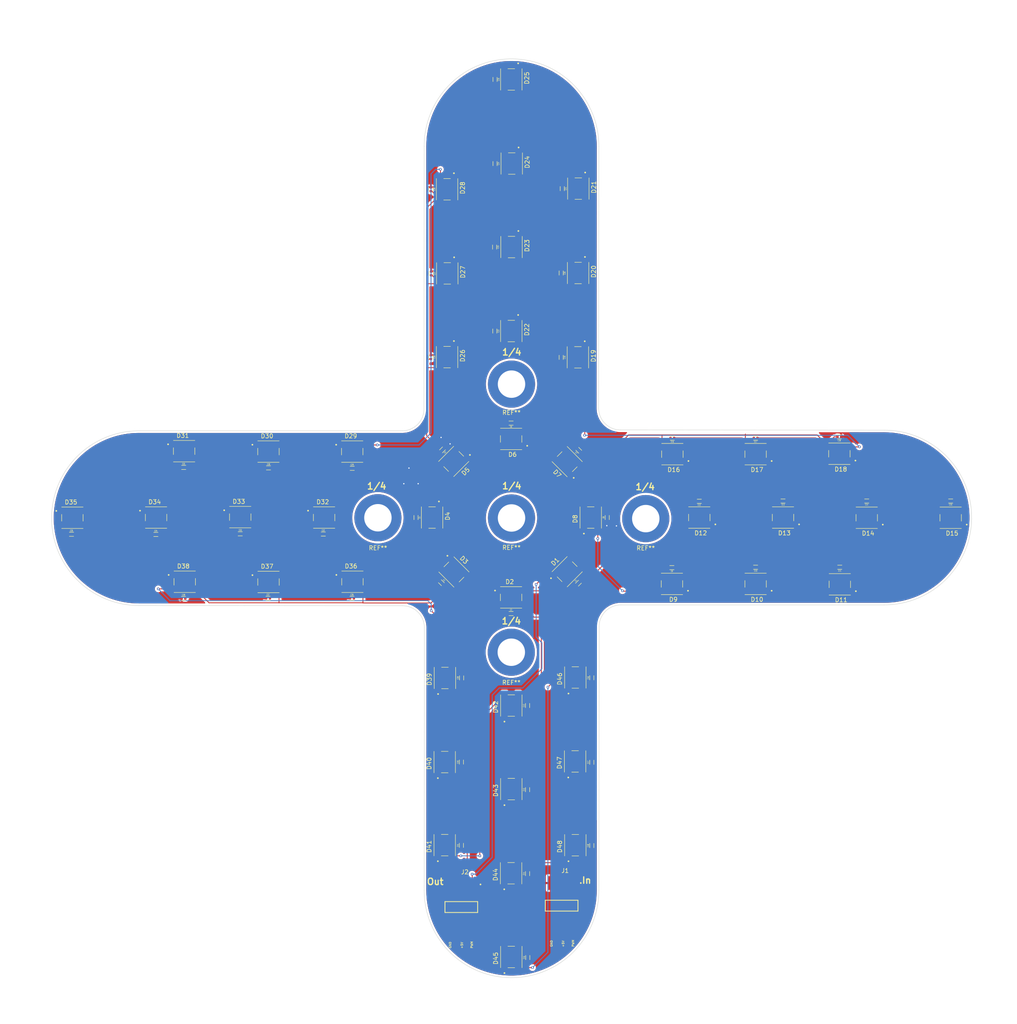
<source format=kicad_pcb>
(kicad_pcb (version 20241229) (generator "pcbnew") (generator_version "9.0")
  (title_block (title "Project NEO Zia") (date "2025-05-08") (rev "1"))
  (layers (0 "F.Cu" signal) (2 "B.Cu" signal) (13 "F.Paste" user) (15 "B.Paste" user) (5 "F.SilkS" user "F.Silkscreen") (7 "B.SilkS" user "B.Silkscreen") (1 "F.Mask" user) (3 "B.Mask" user) (25 "Edge.Cuts" user))
  (net 0 "")
  (net 1 "Net-(D1-DIN)")
  (net 2 "GND")
  (net 3 "Net-(D1-DOUT)")
  (net 4 "+5V")
  (net 5 "Net-(D2-DIN)")
  (net 6 "Net-(D10-DIN)")
  (net 7 "Net-(D3-DIN)")
  (net 8 "Net-(D5-DIN)")
  (net 9 "Net-(D6-DIN)")
  (net 10 "Net-(D4-DIN)")
  (net 11 "Net-(D7-DIN)")
  (net 12 "Net-(D10-DOUT)")
  (net 13 "Net-(D17-DIN)")
  (net 14 "Net-(D11-DIN)")
  (net 15 "Net-(D8-DIN)")
  (net 16 "Net-(D18-DIN)")
  (net 17 "Net-(D12-DIN)")
  (net 18 "Net-(D13-DIN)")
  (net 19 "Net-(D19-DIN)")
  (net 20 "Net-(D14-DIN)")
  (net 21 "Net-(D15-DIN)")
  (net 22 "Net-(D16-DIN)")
  (net 23 "Net-(D20-DIN)")
  (net 24 "Net-(D27-DIN)")
  (net 25 "Net-(D21-DIN)")
  (net 26 "Net-(D28-DIN)")
  (net 27 "Net-(D22-DIN)")
  (net 28 "Net-(D29-DIN)")
  (net 29 "Net-(D23-DIN)")
  (net 30 "Net-(D24-DIN)")
  (net 31 "Net-(D25-DIN)")
  (net 32 "Net-(D26-DIN)")
  (net 33 "Net-(D30-DIN)")
  (net 34 "Net-(D34-DIN)")
  (net 35 "Net-(D31-DIN)")
  (net 36 "Net-(D32-DIN)")
  (net 37 "Net-(D37-DIN)")
  (net 38 "Net-(D33-DIN)")
  (net 39 "Net-(D38-DIN)")
  (net 40 "Net-(D36-DIN)")
  (net 41 "Net-(D39-DIN)")
  (net 42 "Net-(D40-DIN)")
  (net 43 "Net-(D41-DIN)")
  (net 44 "Net-(D42-DIN)")
  (net 45 "Net-(D43-DIN)")
  (net 46 "Net-(D44-DIN)")
  (net 47 "Net-(D45-DIN)")
  (net 48 "Net-(D46-DIN)")
  (net 49 "Net-(D47-DIN)")
  (net 50 "Net-(D48-DIN)")
  (net 51 "unconnected-(D35-DOUT-Pad4)")
  (footprint "CustomParts:LED_1655" (layer "F.Cu") (at 212.95 233.3625 90)
    (property "Reference" "D44")
    (property "Value" "1655 NeoPixel")
  )
  (footprint "CustomParts:LED_1655" (layer "F.Cu") (at 289.6125 135.4 180)
    (property "Reference" "D18")
    (property "Value" "1655 NeoPixel")
  )
  (footprint "CustomParts:CAPC1005X55N" (layer "F.Cu") (at 296 146.45)
    (property "Reference" "C14")
    (property "Value" "C_Small")
  )
  (footprint "CustomParts:LED_1655" (layer "F.Cu") (at 156.3 165.35)
    (property "Reference" "D37")
    (property "Value" "1655 NeoPixel")
  )
  (footprint "CustomParts:LED_1655" (layer "F.Cu") (at 228.65 73.4875 -90)
    (property "Reference" "D21")
    (property "Value" "1655 NeoPixel")
  )
  (footprint "CustomParts:CAPC1005X55N" (layer "F.Cu") (at 276.45 146.45)
    (property "Reference" "C13")
    (property "Value" "C_Small")
  )
  (footprint "CustomParts:CAPC1005X55N" (layer "F.Cu") (at 216.8 213.85 -90)
    (property "Reference" "C43")
    (property "Value" "C_Small")
  )
  (footprint "CustomParts:LED_1655" (layer "F.Cu") (at 228.6 93.2 -90)
    (property "Reference" "D20")
    (property "Value" "1655 NeoPixel")
  )
  (footprint "CustomParts:LED_1655" (layer "F.Cu") (at 231.55 150.3 90)
    (property "Reference" "D8")
    (property "Value" "1655 NeoPixel")
  )
  (footprint "CustomParts:CAPC1005X55N" (layer "F.Cu") (at 130 154.25 180)
    (property "Reference" "C34")
    (property "Value" "C_Small")
  )
  (footprint "CustomParts:CAPC1005X55N" (layer "F.Cu") (at 136.45 169.2 180)
    (property "Reference" "C38")
    (property "Value" "C_Small")
  )
  (footprint "CustomParts:CAPC1005X55N" (layer "F.Cu") (at 270.05 161.9)
    (property "Reference" "C10")
    (property "Value" "C_Small")
  )
  (footprint "CustomParts:CAPC1005X55N" (layer "F.Cu") (at 149.7 154.1 180)
    (property "Reference" "C33")
    (property "Value" "C_Small")
  )
  (footprint "CustomParts:CAPC1005X55N" (layer "F.Cu") (at 194.2 73.65 90)
    (property "Reference" "C28")
    (property "Value" "C_Small")
  )
  (footprint "CustomParts:CAPC1005X55N" (layer "F.Cu") (at 136.5 138.6 180)
    (property "Reference" "C31")
    (property "Value" "C_Small")
  )
  (footprint "CustomParts:LED_1655" (layer "F.Cu") (at 213 252.9125 90)
    (property "Reference" "D45")
    (property "Value" "1655 NeoPixel")
  )
  (footprint "CustomParts:LED_1655" (layer "F.Cu") (at 156.2875 134.9)
    (property "Reference" "D30")
    (property "Value" "1655 NeoPixel")
  )
  (footprint "CustomParts:LED_1655" (layer "F.Cu") (at 296 150.35 180)
    (property "Reference" "D14")
    (property "Value" "1655 NeoPixel")
  )
  (footprint "CustomParts:CAPC1005X55N" (layer "F.Cu") (at 209.1 87.15 90)
    (property "Reference" "C23")
    (property "Value" "C_Small")
  )
  (footprint "CustomParts:LED_1655" (layer "F.Cu") (at 175.85 134.9)
    (property "Reference" "D29")
    (property "Value" "1655 NeoPixel")
  )
  (footprint "CustomParts:SAMTEC_TSM-103-02-X-SH" (layer "F.Cu") (at 201.325 241.255 180)
    (property "Reference" "J2")
    (property "Value" "TSM-103-02-X-SH")
  )
  (footprint "CustomParts:CAPC1005X55N" (layer "F.Cu") (at 209.15 106.75 90)
    (property "Reference" "C22")
    (property "Value" "C_Small")
  )
  (footprint "CustomParts:LED_1655" (layer "F.Cu") (at 175.9 165.3)
    (property "Reference" "D36")
    (property "Value" "1655 NeoPixel")
  )
  (footprint "CustomParts:LED_1655" (layer "F.Cu") (at 130.05 150.3)
    (property "Reference" "D34")
    (property "Value" "1655 NeoPixel")
  )
  (footprint "CustomParts:CAPC1005X55N" (layer "F.Cu") (at 231.8 187.72 -90)
    (property "Reference" "C46")
    (property "Value" "C_Small")
  )
  (footprint "CustomParts:CAPC1005X55N" (layer "F.Cu") (at 250.6 131.75)
    (property "Reference" "C16")
    (property "Value" "C_Small")
  )
  (footprint "CustomParts:CAPC1005X55N" (layer "F.Cu") (at 289.7 161.9)
    (property "Reference" "C11")
    (property "Value" "C_Small")
  )
  (footprint "CustomParts:CAPC1005X55N" (layer "F.Cu") (at 228.75 134.6 -45)
    (property "Reference" "C7")
    (property "Value" "C_Small")
  )
  (footprint "CustomParts:CAPC1005X55N" (layer "F.Cu") (at 190.75 150.3 90)
    (property "Reference" "C4")
    (property "Value" "C_Small")
  )
  (footprint "CustomParts:LED_1655" (layer "F.Cu") (at 149.7 150.2)
    (property "Reference" "D33")
    (property "Value" "1655 NeoPixel")
  )
  (footprint "CustomParts:CAPC1005X55N" (layer "F.Cu") (at 270.05 131.75)
    (property "Reference" "C17")
    (property "Value" "C_Small")
  )
  (footprint "CustomParts:LED_1655" (layer "F.Cu") (at 289.7125 165.9 180)
    (property "Reference" "D11")
    (property "Value" "1655 NeoPixel")
  )
  (footprint "CustomParts:CAPC1005X55N" (layer "F.Cu") (at 228.675 165.625 -135)
    (property "Reference" "C1")
    (property "Value" "C_Small")
  )
  (footprint "CustomParts:CAPC1005X55N" (layer "F.Cu") (at 156.3 138.7 180)
    (property "Reference" "C30")
    (property "Value" "C_Small")
  )
  (footprint "CustomParts:CAPC1005X55N" (layer "F.Cu") (at 224.65 93.2 90)
    (property "Reference" "C20")
    (property "Value" "C_Small")
  )
  (footprint "CustomParts:LED_1655" (layer "F.Cu") (at 212.95 168.95)
    (property "Reference" "D2")
    (property "Value" "1655 NeoPixel")
  )
  (footprint "CustomParts:LED_1655" (layer "F.Cu") (at 228.55 112.8875 -90)
    (property "Reference" "D19")
    (property "Value" "1655 NeoPixel")
  )
  (footprint "CustomParts:SAMTEC_TSM-103-02-X-SH" (layer "F.Cu") (at 224.75 240.925 180)
    (property "Reference" "J1")
    (property "Value" "TSM-103-02-X-SH")
  )
  (footprint "CustomParts:LED_1655" (layer "F.Cu") (at 226.05 162.95 45)
    (property "Reference" "D1")
    (property "Value" "1655 NeoPixel")
  )
  (footprint "MountingHole:MountingHole_6.4mm_M6_DIN965_Pad" (layer "F.Cu") (at 213.05 119.15)
    (property "Reference" "REF**")
    (property "Value" "MountingHole_6.4mm_M6_DIN965_Pad")
  )
  (footprint "CustomParts:CAPC1005X55N" (layer "F.Cu") (at 216.85 253.05 -90)
    (property "Reference" "C45")
    (property "Value" "C_Small")
  )
  (footprint "CustomParts:LED_1655" (layer "F.Cu") (at 197.45 207.4 90)
    (property "Reference" "D40")
    (property "Value" "1655 NeoPixel")
  )
  (footprint "CustomParts:LED_1655" (layer "F.Cu") (at 213.05 87.1375 -90)
    (property "Reference" "D23")
    (property "Value" "1655 NeoPixel")
  )
  (footprint "CustomParts:CAPC1005X55N" (layer "F.Cu") (at 156.2 169.15 180)
    (property "Reference" "C37")
    (property "Value" "C_Small")
  )
  (footprint "CustomParts:LED_1655" (layer "F.Cu") (at 212.9625 131.95 180)
    (property "Reference" "D6")
    (property "Value" "1655 NeoPixel")
  )
  (footprint "CustomParts:LED_1655" (layer "F.Cu") (at 213 48 -90)
    (property "Reference" "D25")
    (property "Value" "1655 NeoPixel")
  )
  (footprint "CustomParts:CAPC1005X55N" (layer "F.Cu") (at 212.95 128.25)
    (property "Reference" "C6")
    (property "Value" "C_Small")
  )
  (footprint "CustomParts:LED_1655" (layer "F.Cu") (at 227.95 187.65 90)
    (property "Reference" "D46")
    (property "Value" "1655 NeoPixel")
  )
  (footprint "CustomParts:CAPC1005X55N" (layer "F.Cu") (at 209.2 67.65 90)
    (property "Reference" "C24")
    (property "Value" "C_Small")
  )
  (footprint "CustomParts:CAPC1005X55N" (layer "F.Cu") (at 196.675 165.525 135)
    (property "Reference" "C3")
    (property "Value" "C_Small")
  )
  (footprint "CustomParts:CAPC1005X55N" (layer "F.Cu") (at 231.8 207.45 -90)
    (property "Reference" "C47")
    (property "Value" "C_Small")
  )
  (footprint "CustomParts:LED_1655" (layer "F.Cu") (at 194.5 150.3 -90)
    (property "Reference" "D4")
    (property "Value" "1655 NeoPixel")
  )
  (footprint "CustomParts:CAPC1005X55N" (layer "F.Cu") (at 201.35 226.85 -90)
    (property "Reference" "C41")
    (property "Value" "C_Small")
  )
  (footprint "CustomParts:CAPC1005X55N" (layer "F.Cu") (at 224.9 73.5 90)
    (property "Reference" "C21")
    (property "Value" "C_Small")
  )
  (footprint "CustomParts:CAPC1005X55N" (layer "F.Cu") (at 216.8 194.2 -90)
    (property "Reference" "C42")
    (property "Value" "C_Small")
  )
  (footprint "CustomParts:CAPC1005X55N" (layer "F.Cu") (at 175.85 138.8 180)
    (property "Reference" "C29")
    (property "Value" "C_Small")
  )
  (footprint "MountingHole:MountingHole_6.4mm_M6_DIN965_Pad" (layer "F.Cu") (at 213 181.75)
    (property "Reference" "REF**")
    (property "Value" "MountingHole_6.4mm_M6_DIN965_Pad")
  )
  (footprint "CustomParts:LED_1655" (layer "F.Cu") (at 199.601041 163.013782 -45)
    (property "Reference" "D3")
    (property "Value" "1655 NeoPixel")
  )
  (footprint "CustomParts:CAPC1005X55N" (layer "F.Cu") (at 169.1 154.15 180)
    (property "Reference" "C32")
    (property "Value" "C_Small")
  )
  (footprint "CustomParts:LED_1655" (layer "F.Cu") (at 226.05 137.25 135)
    (property "Reference" "D7")
    (property "Value" "1655 NeoPixel")
  )
  (footprint "CustomParts:CAPC1005X55N" (layer "F.Cu") (at 315.6 146.45)
    (property "Reference" "C15")
    (property "Value" "C_Small")
  )
  (footprint "CustomParts:CAPC1005X55N" (layer "F.Cu") (at 216.8 233.45 -90)
    (property "Reference" "C44")
    (property "Value" "C_Small")
  )
  (footprint "CustomParts:CAPC1005X55N" (layer "F.Cu") (at 224.65 112.9 90)
    (property "Reference" "C19")
    (property "Value" "C_Small")
  )
  (footprint "CustomParts:CAPC1005X55N" (layer "F.Cu") (at 196.925 134.5 45)
    (property "Reference" "C5")
    (property "Value" "C_Small")
  )
  (footprint "CustomParts:LED_1655" (layer "F.Cu") (at 227.9 207.25 90)
    (property "Reference" "D47")
    (property "Value" "1655 NeoPixel")
  )
  (footprint "CustomParts:LED_1655" (layer "F.Cu") (at 315.6 150.35 180)
    (property "Reference" "D15")
    (property "Value" "1655 NeoPixel")
  )
  (footprint "MountingHole:MountingHole_6.4mm_M6_DIN965_Pad" (layer "F.Cu") (at 244.4 150.55 180)
    (property "Reference" "REF**")
    (property "Value" "MountingHole_6.4mm_M6_DIN965_Pad")
  )
  (footprint "CustomParts:CAPC1005X55N" (layer "F.Cu") (at 201.4 187.75 -90)
    (property "Reference" "C39")
    (property "Value" "C_Small")
  )
  (footprint "CustomParts:LED_1655" (layer "F.Cu") (at 169.2875 150.3)
    (property "Reference" "D32")
    (property "Value" "1655 NeoPixel")
  )
  (footprint "MountingHole:MountingHole_6.4mm_M6_DIN965_Pad" (layer "F.Cu") (at 213.05 150.4)
    (property "Reference" "REF**")
    (property "Value" "MountingHole_6.4mm_M6_DIN965_Pad")
  )
  (footprint "CustomParts:CAPC1005X55N" (layer "F.Cu") (at 256.9 146.5)
    (property "Reference" "C12")
    (property "Value" "C_Small")
  )
  (footprint "CustomParts:LED_1655" (layer "F.Cu") (at 199.55 137.2 -135)
    (property "Reference" "D5")
    (property "Value" "1655 NeoPixel")
  )
  (footprint "CustomParts:LED_1655" (layer "F.Cu") (at 250.5125 165.8 180)
    (property "Reference" "D9")
    (property "Value" "1655 NeoPixel")
  )
  (footprint "CustomParts:CAPC1005X55N" (layer "F.Cu") (at 235.4 150.3 -90)
    (property "Reference" "C8")
    (property "Value" "C_Small")
  )
  (footprint "CustomParts:LED_1655" (layer "F.Cu") (at 213.1 67.6375 -90)
    (property "Reference" "D24")
    (property "Value" "1655 NeoPixel")
  )
  (footprint "CustomParts:CAPC1005X55N" (layer "F.Cu") (at 194.3 93.3 90)
    (property "Reference" "C27")
    (property "Value" "C_Small")
  )
  (footprint "CustomParts:CAPC1005X55N" (layer "F.Cu") (at 212.95 172.725 180)
    (property "Reference" "C2")
    (property "Value" "C_Small")
  )
  (footprint "CustomParts:LED_1655" (layer "F.Cu") (at 213 213.7125 90)
    (property "Reference" "D43")
    (property "Value" "1655 NeoPixel")
  )
  (footprint "CustomParts:LED_1655" (layer "F.Cu") (at 197.45 226.8 90)
    (property "Reference" "D41")
    (property "Value" "1655 NeoPixel")
  )
  (footprint "CustomParts:LED_1655" (layer "F.Cu") (at 276.45 150.3 180)
    (property "Reference" "D13")
    (property "Value" "1655 NeoPixel")
  )
  (footprint "CustomParts:CAPC1005X55N" (layer "F.Cu") (at 110.3 154.2 180)
    (property "Reference" "C35")
    (property "Value" "C_Small")
  )
  (footprint "CustomParts:LED_1655" (layer "F.Cu") (at 250.6125 135.5 180)
    (property "Reference" "D16")
    (property "Value" "1655 NeoPixel")
  )
  (footprint "CustomParts:CAPC1005X55N" (layer "F.Cu") (at 175.8 169.15 180)
    (property "Reference" "C36")
    (property "Value" "C_Small")
  )
  (footprint "CustomParts:CAPC1005X55N" (layer "F.Cu") (at 289.6 131.45)
    (property "Reference" "C18")
    (property "Value" "C_Small")
  )
  (footprint "CustomParts:CAPC1005X55N" (layer "F.Cu") (at 231.8 226.9 -90)
    (property "Reference" "C48")
    (property "Value" "C_Small")
  )
  (footprint "CustomParts:LED_1655" (layer "F.Cu") (at 198 112.8375 -90)
    (property "Reference" "D26")
    (property "Value" "1655 NeoPixel")
  )
  (footprint "CustomParts:LED_1655" (layer "F.Cu") (at 227.95 226.8125 90)
    (property "Reference" "D48")
    (property "Value" "1655 NeoPixel")
  )
  (footprint "CustomParts:LED_1655" (layer "F.Cu") (at 136.7375 165.3)
    (property "Reference" "D38")
    (property "Value" "1655 NeoPixel")
  )
  (footprint "CustomParts:CAPC1005X55N" (layer "F.Cu") (at 194.2 112.85 90)
    (property "Reference" "C26")
    (property "Value" "C_Small")
  )
  (footprint "CustomParts:LED_1655" (layer "F.Cu") (at 136.6 134.8)
    (property "Reference" "D31")
    (property "Value" "1655 NeoPixel")
  )
  (footprint "CustomParts:LED_1655" (layer "F.Cu") (at 213 106.75 -90)
    (property "Reference" "D22")
    (property "Value" "1655 NeoPixel")
  )
  (footprint "CustomParts:CAPC1005X55N" (layer "F.Cu") (at 201.35 207.4 -90)
    (property "Reference" "C40")
    (property "Value" "C_Small")
  )
  (footprint "CustomParts:LED_1655" (layer "F.Cu") (at 197.5 187.7625 90)
    (property "Reference" "D39")
    (property "Value" "1655 NeoPixel")
  )
  (footprint "CustomParts:LED_1655" (layer "F.Cu") (at 198 73.65 -90)
    (property "Reference" "D28")
    (property "Value" "1655 NeoPixel")
  )
  (footprint "CustomParts:CAPC1005X55N" (layer "F.Cu") (at 209.2 48 90)
    (property "Reference" "C25")
    (property "Value" "C_Small")
  )
  (footprint "CustomParts:LED_1655" (layer "F.Cu") (at 198.05 93.2875 -90)
    (property "Reference" "D27")
    (property "Value" "1655 NeoPixel")
  )
  (footprint "CustomParts:CAPC1005X55N" (layer "F.Cu") (at 250.5 162)
    (property "Reference" "C9")
    (property "Value" "C_Small")
  )
  (footprint "CustomParts:LED_1655" (layer "F.Cu") (at 270.05 135.5 180)
    (property "Reference" "D17")
    (property "Value" "1655 NeoPixel")
  )
  (footprint "MountingHole:MountingHole_6.4mm_M6_DIN965_Pad" (layer "F.Cu") (at 181.85 150.35)
    (property "Reference" "REF**")
    (property "Value" "MountingHole_6.4mm_M6_DIN965_Pad")
  )
  (footprint "CustomParts:LED_1655" (layer "F.Cu") (at 270.05 165.8 180)
    (property "Reference" "D10")
    (property "Value" "1655 NeoPixel")
  )
  (footprint "CustomParts:LED_1655" (layer "F.Cu") (at 110.5 150.35)
    (property "Reference" "D35")
    (property "Value" "1655 NeoPixel")
  )
  (footprint "CustomParts:LED_1655" (layer "F.Cu") (at 213 194.2 90)
    (property "Reference" "D42")
    (property "Value" "1655 NeoPixel")
  )
  (footprint "CustomParts:LED_1655" (layer "F.Cu") (at 256.9 150.3 180)
    (property "Reference" "D12")
    (property "Value" "1655 NeoPixel")
  )
  (gr_arc (start 126.05 170.85) (mid 105.65 150.45) (end 126.05 130.05) (stroke (width 0.1)) (layer "Edge.Cuts"))
  (gr_arc (start 233.45 237.35) (mid 213.05 257.75) (end 192.65 237.35) (stroke (width 0.1)) (layer "Edge.Cuts"))
  (gr_line (start 187.593755 170.9) (end 126.05 170.85) (stroke (width 0.1)) (layer "Edge.Cuts"))
  (gr_arc (start 233.506245 175.8) (mid 235 172.193755) (end 238.606245 170.7) (stroke (width 0.1)) (layer "Edge.Cuts"))
  (gr_arc (start 192.649755 63.600245) (mid 213.05 43.2) (end 233.450245 63.600245) (stroke (width 0.1)) (layer "Edge.Cuts"))
  (gr_line (start 300.1 129.9) (end 238.506245 129.843755) (stroke (width 0.1)) (layer "Edge.Cuts"))
  (gr_line (start 300.1 170.7) (end 238.606245 170.7) (stroke (width 0.1)) (layer "Edge.Cuts"))
  (gr_line (start 233.406245 124.75) (end 233.450245 63.600245) (stroke (width 0.1)) (layer "Edge.Cuts"))
  (gr_arc (start 192.6 124.95) (mid 191.106245 128.556245) (end 187.5 130.05) (stroke (width 0.1)) (layer "Edge.Cuts"))
  (gr_line (start 192.65 237.35) (end 192.693755 176) (stroke (width 0.1)) (layer "Edge.Cuts"))
  (gr_arc (start 238.506245 129.843755) (mid 234.898185 128.351847) (end 233.406245 124.7438) (stroke (width 0.1)) (layer "Edge.Cuts"))
  (gr_line (start 233.450245 237.349755) (end 233.506245 175.8) (stroke (width 0.1)) (layer "Edge.Cuts"))
  (gr_arc (start 187.593755 170.9) (mid 191.2 172.393755) (end 192.693755 176) (stroke (width 0.1)) (layer "Edge.Cuts"))
  (gr_arc (start 300.1 129.9) (mid 320.5 150.3) (end 300.1 170.7) (stroke (width 0.1)) (layer "Edge.Cuts"))
  (gr_line (start 187.5 130.05) (end 126.05 130.05) (stroke (width 0.1)) (layer "Edge.Cuts"))
  (gr_line (start 192.601217 124.95) (end 192.649755 63.600245) (stroke (width 0.1)) (layer "Edge.Cuts"))
  (gr_text "GND" (at 199.025 250.95 90) (layer "F.SilkS") (effects (font (size 0.5 0.5) (thickness 0.1) (bold yes)) (justify left bottom)))
  (gr_text "PWM" (at 204.075 250.95 90) (layer "F.SilkS") (effects (font (size 0.5 0.5) (thickness 0.1) (bold yes)) (justify left bottom)))
  (gr_text "1/4" (at 179.15 143.85 0) (layer "F.SilkS") (effects (font (size 1.5 1.5) (thickness 0.3) (bold yes)) (justify left bottom)))
  (gr_text "PWM" (at 227.725 250.6 90) (layer "F.SilkS") (effects (font (size 0.5 0.5) (thickness 0.1) (bold yes)) (justify left bottom)))
  (gr_text "1/4" (at 241.85 144 0) (layer "F.SilkS") (effects (font (size 1.5 1.5) (thickness 0.3) (bold yes)) (justify left bottom)))
  (gr_text "In" (at 229.35 235.9 0) (layer "F.SilkS") (effects (font (size 1.5 1.5) (thickness 0.3) (bold yes)) (justify left bottom)))
  (gr_text "1/4" (at 210.6 175.35 0) (layer "F.SilkS") (effects (font (size 1.5 1.5) (thickness 0.3) (bold yes)) (justify left bottom)))
  (gr_text "GND" (at 222.675 250.6 90) (layer "F.SilkS") (effects (font (size 0.5 0.5) (thickness 0.1) (bold yes)) (justify left bottom)))
  (gr_text "1/4" (at 210.7 112.55 0) (layer "F.SilkS") (effects (font (size 1.5 1.5) (thickness 0.3) (bold yes)) (justify left bottom)))
  (gr_text "Out" (at 193.15 236.2 0) (layer "F.SilkS") (effects (font (size 1.5 1.5) (thickness 0.3) (bold yes)) (justify left bottom)))
  (gr_text "1/4" (at 210.7 143.8 0) (layer "F.SilkS") (effects (font (size 1.5 1.5) (thickness 0.3) (bold yes)) (justify left bottom)))
  (gr_text "+5V" (at 225.4 250.65 90) (layer "F.SilkS") (effects (font (size 0.5 0.5) (thickness 0.1) (bold yes)) (justify left bottom)))
  (gr_text "+5V" (at 201.75 251 90) (layer "F.SilkS") (effects (font (size 0.5 0.5) (thickness 0.1) (bold yes)) (justify left bottom)))
  (segment (start 112.7 159.25) (end 108.05 154.6) (width 0.2) (layer "F.Cu") (net 0))
  (segment (start 173.85 159.25) (end 112.7 159.25) (width 0.2) (layer "F.Cu") (net 0))
  (segment (start 178.35 163.75) (end 173.85 159.25) (width 0.2) (layer "F.Cu") (net 0))
  (segment (start 108.05 154.6) (end 108.05 152) (width 0.2) (layer "F.Cu") (net 0))
  (segment (start 223.862741 167.4) (end 225.398959 165.863782) (width 0.2) (layer "F.Cu") (net 1))
  (segment (start 215.4 167.4) (end 223.862741 167.4) (width 0.2) (layer "F.Cu") (net 1))
  (via (at 187.9 142.4) (size 0.6) (drill 0.3) (layers "F.Cu" "B.Cu") (net 2))
  (via (at 196.6 131.6) (size 0.6) (drill 0.3) (layers "F.Cu" "B.Cu") (net 2))
  (via (at 189.1 138.75) (size 0.6) (drill 0.3) (layers "F.Cu" "B.Cu") (net 2))
  (via (at 191.25 142.4) (size 0.6) (drill 0.3) (layers "F.Cu" "B.Cu") (net 2))
  (via (at 237.55 152.25) (size 0.6) (drill 0.3) (layers "F.Cu" "B.Cu") (net 2))
  (via (at 235.3 152.2) (size 0.6) (drill 0.3) (layers "F.Cu" "B.Cu") (net 2))
  (via (at 198.7 133.1) (size 0.6) (drill 0.3) (layers "F.Cu" "B.Cu") (net 2))
  (segment (start 203.85 233.575) (end 203.865 233.59) (width 0.2) (layer "F.Cu") (net 3))
  (segment (start 226.601041 160.136218) (end 224.563782 160.136218) (width 0.2) (layer "F.Cu") (net 3))
  (segment (start 203.865 233.59) (end 203.865 235.975) (width 0.2) (layer "F.Cu") (net 3))
  (segment (start 218.8 165.9) (end 224.563782 160.136218) (width 0.2) (layer "F.Cu") (net 3))
  (via (at 203.85 233.575) (size 0.6) (drill 0.3) (layers "F.Cu" "B.Cu") (net 3))
  (via (at 218.8 165.9) (size 0.6) (drill 0.3) (layers "F.Cu" "B.Cu") (net 3))
  (segment (start 210.2 190.1) (end 208.55 191.75) (width 0.2) (layer "B.Cu") (net 3))
  (segment (start 208.55 191.75) (end 208.55 229.65) (width 0.2) (layer "B.Cu") (net 3))
  (segment (start 220.15 185.6) (end 215.65 190.1) (width 0.2) (layer "B.Cu") (net 3))
  (segment (start 220.15 179.55) (end 220.15 185.6) (width 0.2) (layer "B.Cu") (net 3))
  (segment (start 215.65 190.1) (end 210.2 190.1) (width 0.2) (layer "B.Cu") (net 3))
  (segment (start 218.8 165.9) (end 218.8 178.2) (width 0.2) (layer "B.Cu") (net 3))
  (segment (start 208.55 229.65) (end 206.075 232.125) (width 0.2) (layer "B.Cu") (net 3))
  (segment (start 206.075 232.15) (end 204.65 233.575) (width 0.2) (layer "B.Cu") (net 3))
  (segment (start 206.075 232.125) (end 206.075 232.15) (width 0.2) (layer "B.Cu") (net 3))
  (segment (start 218.8 178.2) (end 220.15 179.55) (width 0.2) (layer "B.Cu") (net 3))
  (segment (start 204.65 233.575) (end 203.85 233.575) (width 0.2) (layer "B.Cu") (net 3))
  (segment (start 177.05 157.15) (end 189.65 157.15) (width 0.2) (layer "F.Cu") (net 4))
  (segment (start 232.749 205.05) (end 232.749 185.25) (width 0.2) (layer "F.Cu") (net 4))
  (segment (start 293.65 145.6) (end 310.1 145.6) (width 0.2) (layer "F.Cu") (net 4))
  (segment (start 293.6 148.7) (end 293.6 145.65) (width 0.2) (layer "F.Cu") (net 4))
  (segment (start 178.3 136.55) (end 178.3 140.15) (width 0.2) (layer "F.Cu") (net 4))
  (segment (start 171.8 155.45) (end 152.25 155.45) (width 0.2) (layer "F.Cu") (net 4))
  (segment (start 193.343935 115.3) (end 193.293935 115.25) (width 0.2) (layer "F.Cu") (net 4))
  (segment (start 171.75 151.95) (end 171.75 155.4) (width 0.2) (layer "F.Cu") (net 4))
  (segment (start 176.28 138.8) (end 176.28 138.57) (width 0.2) (layer "F.Cu") (net 4))
  (segment (start 202.75 173.15) (end 202.75 185.3) (width 0.2) (layer "F.Cu") (net 4))
  (segment (start 130.48 154.25) (end 132.55 152.18) (width 0.2) (layer "F.Cu") (net 4))
  (segment (start 142.4 170.2) (end 139.15 166.95) (width 0.2) (layer "F.Cu") (net 4))
  (segment (start 218.15 211.3) (end 218.2 211.25) (width 0.2) (layer "F.Cu") (net 4))
  (segment (start 196 133.95) (end 194.425 135.525) (width 0.2) (layer "F.Cu") (net 4))
  (segment (start 287.25 164.3) (end 289.27 162.28) (width 0.2) (layer "F.Cu") (net 4))
  (segment (start 232.749 204.9) (end 232.749 205.05) (width 0.2) (layer "F.Cu") (net 4))
  (segment (start 227.835178 132.1) (end 227.85 132.1) (width 0.2) (layer "F.Cu") (net 4))
  (segment (start 214.83 250.5) (end 214.6 250.5) (width 0.2) (layer "F.Cu") (net 4))
  (segment (start 193.292688 113.75) (end 193.277684 95.7) (width 0.2) (layer "F.Cu") (net 4))
  (segment (start 197.05 167.45) (end 202.75 173.15) (width 0.2) (layer "F.Cu") (net 4))
  (segment (start 310.1 145.6) (end 313.2 148.7) (width 0.2) (layer "F.Cu") (net 4))
  (segment (start 288.4 131.45) (end 289.22 131.45) (width 0.2) (layer "F.Cu") (net 4))
  (segment (start 197 167.4) (end 197.05 167.45) (width 0.2) (layer "F.Cu") (net 4))
  (segment (start 222.3 173.55) (end 229.575 166.275) (width 0.2) (layer "F.Cu") (net 4))
  (segment (start 208.2 109.2) (end 208.2 113.75) (width 0.2) (layer "F.Cu") (net 4))
  (segment (start 178.4 140.25) (end 177.85 140.25) (width 0.2) (layer "F.Cu") (net 4))
  (segment (start 229.104056 165.295944) (end 229.104056 162.639233) (width 0.2) (layer "F.Cu") (net 4))
  (segment (start 236.4 144.05) (end 236.4 140.65) (width 0.2) (layer "F.Cu") (net 4))
  (segment (start 216.62 213.32) (end 214.6 211.3) (width 0.2) (layer "F.Cu") (net 4))
  (segment (start 208.2 89.45) (end 208.2 89.25) (width 0.2) (layer "F.Cu") (net 4))
  (segment (start 193.250793 129.850851) (end 193.243935 121.6) (width 0.2) (layer "F.Cu") (net 4))
  (segment (start 209.2 68.03) (end 209.43 68.03) (width 0.2) (layer "F.Cu") (net 4))
  (segment (start 156.73 169.15) (end 156.73 168.97) (width 0.2) (layer "F.Cu") (net 4))
  (segment (start 152.15 151.9) (end 152.15 155.35) (width 0.2) (layer "F.Cu") (net 4))
  (segment (start 202.7 204.85) (end 202.7 224.4) (width 0.2) (layer "F.Cu") (net 4))
  (segment (start 287.2 132.65) (end 287.2 133.8) (width 0.2) (layer "F.Cu") (net 4))
  (segment (start 178.3 140.15) (end 178.4 140.25) (width 0.2) (layer "F.Cu") (net 4))
  (segment (start 274 148.7) (end 274 145.6) (width 0.2) (layer "F.Cu") (net 4))
  (segment (start 274 148.7) (end 276.02 146.68) (width 0.2) (layer "F.Cu") (net 4))
  (segment (start 256.42 146.68) (end 254.4 148.7) (width 0.2) (layer "F.Cu") (net 4))
  (segment (start 208.2 89.25) (end 208.2 109.2) (width 0.2) (layer "F.Cu") (net 4))
  (segment (start 136.98 169.12) (end 139.15 166.95) (width 0.2) (layer "F.Cu") (net 4))
  (segment (start 193.267168 77.982832) (end 195.15 76.1) (width 0.2) (layer "F.Cu") (net 4))
  (segment (start 236.4 147.85) (end 236.4 144.05) (width 0.2) (layer "F.Cu") (net 4))
  (segment (start 194.425 135.539823) (end 194.425 135.525) (width 0.2) (layer "F.Cu") (net 4))
  (segment (start 178.35 170.25) (end 194.25 170.25) (width 0.2) (layer "F.Cu") (net 4))
  (segment (start 194.2 113.28) (end 193.762688 113.28) (width 0.2) (layer "F.Cu") (net 4))
  (segment (start 267.65 133.62) (end 269.67 131.6) (width 0.2) (layer "F.Cu") (net 4))
  (segment (start 214.6 191.7) (end 218.15 191.7) (width 0.2) (layer "F.Cu") (net 4))
  (segment (start 196.45 95.7) (end 193.277684 95.7) (width 0.2) (layer "F.Cu") (net 4))
  (segment (start 249.85 145.6) (end 248.3 144.05) (width 0.2) (layer "F.Cu") (net 4))
  (segment (start 229.55 223.299) (end 229.55 224.4) (width 0.2) (layer "F.Cu") (net 4))
  (segment (start 254.4 145.6) (end 274 145.6) (width 0.2) (layer "F.Cu") (net 4))
  (segment (start 177.85 140.25) (end 158.85 140.25) (width 0.2) (layer "F.Cu") (net 4))
  (segment (start 201.17 187.37) (end 199.15 185.35) (width 0.2) (layer "F.Cu") (net 4))
  (segment (start 196.4 115.3) (end 193.343935 115.3) (width 0.2) (layer "F.Cu") (net 4))
  (segment (start 267.65 164.2) (end 267.65 159.55) (width 0.2) (layer "F.Cu") (net 4))
  (segment (start 287.2 132.65) (end 288.4 131.45) (width 0.2) (layer "F.Cu") (net 4))
  (segment (start 150.08 154.1) (end 150.08 153.97) (width 0.2) (layer "F.Cu") (net 4))
  (segment (start 247.95 159.45) (end 248.05 159.55) (width 0.2) (layer "F.Cu") (net 4))
  (segment (start 232.749 185.25) (end 232.749 169.449) (width 0.2) (layer "F.Cu") (net 4))
  (segment (start 250.22 131.65) (end 250.22 131.88) (width 0.2) (layer "F.Cu") (net 4))
  (segment (start 176.33 168.97) (end 178.35 166.95) (width 0.2) (layer "F.Cu") (net 4))
  (segment (start 202.8 127.15) (end 196 133.95) (width 0.2) (layer "F.Cu") (net 4))
  (segment (start 202.7 185.35) (end 202.7 204.85) (width 0.2) (layer "F.Cu") (net 4))
  (segment (start 158.75 166.95) (end 158.75 170.2) (width 0.2) (layer "F.Cu") (net 4))
  (segment (start 197 167.4) (end 198.614823 167.4) (width 0.2) (layer "F.Cu") (net 4))
  (segment (start 216.8 193.72) (end 216.62 193.72) (width 0.2) (layer "F.Cu") (net 4))
  (segment (start 227 95.65) (end 222.95 95.65) (width 0.2) (layer "F.Cu") (net 4))
  (segment (start 211.45 89.6) (end 208.35 89.6) (width 0.2) (layer "F.Cu") (net 4))
  (segment (start 156.83 138.7) (end 156.83 138.42) (width 0.2) (layer "F.Cu") (net 4))
  (segment (start 189.65 160.05) (end 197 167.4) (width 0.2) (layer "F.Cu") (net 4))
  (segment (start 254.4 145.6) (end 249.85 145.6) (width 0.2) (layer "F.Cu") (net 4))
  (segment (start 250.22 131.88) (end 248.2 133.9) (width 0.2) (layer "F.Cu") (net 4))
  (segment (start 218.2 230.95) (end 218.2 246.9) (width 0.2) (layer "F.Cu") (net 4))
  (segment (start 199.05 224.39) (end 202.69 224.39) (width 0.2) (layer "F.Cu") (net 4))
  (segment (start 209.1 87.58) (end 209.43 87.58) (width 0.2) (layer "F.Cu") (net 4))
  (segment (start 210.55 130.4) (end 210.55 127.15) (width 0.2) (layer "F.Cu") (net 4))
  (segment (start 202.7 233.25) (end 200.85 235.1) (width 0.2) (layer "F.Cu") (net 4))
  (segment (start 150.08 153.97) (end 152.15 151.9) (width 0.2) (layer "F.Cu") (net 4))
  (segment (start 136.98 169.2) (end 136.98 169.12) (width 0.2) (layer "F.Cu") (net 4))
  (segment (start 217.85 230.9) (end 218.15 230.9) (width 0.2) (layer "F.Cu") (net 4))
  (segment (start 222.95 80) (end 227.05 75.9) (width 0.2) (layer "F.Cu") (net 4))
  (segment (start 236.4 159.45) (end 247.95 159.45) (width 0.2) (layer "F.Cu") (net 4))
  (segment (start 233.2 147.85) (end 236.4 147.85) (width 0.2) (layer "F.Cu") (net 4))
  (segment (start 201.35 206.92) (end 201.12 206.92) (width 0.2) (layer "F.Cu") (net 4))
  (segment (start 227.05 75.9) (end 225.03 73.88) (width 0.2) (layer "F.Cu") (net 4))
  (segment (start 208.25 70.05) (end 208.2 70) (width 0.2) (layer "F.Cu") (net 4))
  (segment (start 158.7 136.55) (end 158.7 140.1) (width 0.2) (layer "F.Cu") (net 4))
  (segment (start 293.6 148.47) (end 295.62 146.45) (width 0.2) (layer "F.Cu") (net 4))
  (segment (start 132.55 155.45) (end 116.4 155.45) (width 0.2) (layer "F.Cu") (net 4))
  (segment (start 225.689234 134.245944) (end 225.49896 134.436218) (width 0.2) (layer "F.Cu") (net 4))
  (segment (start 201.03 226.37) (end 201.35 226.37) (width 0.2) (layer "F.Cu") (net 4))
  (segment (start 175.35 155.45) (end 177.05 157.15) (width 0.2) (layer "F.Cu") (net 4))
  (segment (start 209.38 107.18) (end 211.4 109.2) (width 0.2) (layer "F.Cu") (net 4))
  (segment (start 116.4 155.45) (end 112.95 152) (width 0.2) (layer "F.Cu") (net 4))
  (segment (start 214.6 230.9) (end 217.85 230.9) (width 0.2) (layer "F.Cu") (net 4))
  (segment (start 222.95 115.25) (end 222.95 95.65) (width 0.2) (layer "F.Cu") (net 4))
  (segment (start 177.85 140.25) (end 189.6 140.25) (width 0.2) (layer "F.Cu") (net 4))
  (segment (start 193.277684 95.7) (end 193.267168 83.049529) (width 0.2) (layer "F.Cu") (net 4))
  (segment (start 229.6 185.25) (end 232.749 185.25) (width 0.2) (layer "F.Cu") (net 4))
  (segment (start 137.03 138.47) (end 139.05 136.45) (width 0.2) (layer "F.Cu") (net 4))
  (segment (start 158.75 170.2) (end 142.4 170.2) (width 0.2) (layer "F.Cu") (net 4))
  (segment (start 224.75 235.645) (end 224.75 231.9) (width 0.2) (layer "F.Cu") (net 4))
  (segment (start 201.4 187.37) (end 201.17 187.37) (width 0.2) (layer "F.Cu") (net 4))
  (segment (start 315.22 146.68) (end 315.22 146.45) (width 0.2) (layer "F.Cu") (net 4))
  (segment (start 229.9 134.15) (end 237.25 134.15) (width 0.2) (layer "F.Cu") (net 4))
  (segment (start 250.07 162.28) (end 248.05 164.3) (width 0.2) (layer "F.Cu") (net 4))
  (segment (start 205.85 127.15) (end 202.8 127.15) (width 0.2) (layer "F.Cu") (net 4))
  (segment (start 176.28 138.57) (end 178.3 136.55) (width 0.2) (layer "F.Cu") (net 4))
  (segment (start 178.3 170.2) (end 158.75 170.2) (width 0.2) (layer "F.Cu") (net 4))
  (segment (start 231.175 164.675) (end 236.4 159.45) (width 0.2) (layer "F.Cu") (net 4))
  (segment (start 209.43 68.03) (end 211.45 70.05) (width 0.2) (layer "F.Cu") (net 4))
  (segment (start 190.88 150.78) (end 192.9 152.8) (width 0.2) (layer "F.Cu") (net 4))
  (segment (start 269.67 162.18) (end 267.65 164.2) (width 0.2) (layer "F.Cu") (net 4))
  (segment (start 171.8 155.45) (end 175.35 155.45) (width 0.2) (layer "F.Cu") (net 4))
  (segment (start 190.75 150.78) (end 190.88 150.78) (width 0.2) (layer "F.Cu") (net 4))
  (segment (start 274 145.6) (end 293.65 145.6) (width 0.2) (layer "F.Cu") (net 4))
  (segment (start 250.07 162) (end 250.07 162.28) (width 0.2) (layer "F.Cu") (net 4))
  (segment (start 293.6 145.65) (end 293.65 145.6) (width 0.2) (layer "F.Cu") (net 4))
  (segment (start 248.3 144.05) (end 236.4 144.05) (width 0.2) (layer "F.Cu") (net 4))
  (segment (start 225.49896 134.436218) (end 227.835178 132.1) (width 0.2) (layer "F.Cu") (net 4))
  (segment (start 289.27 162.28) (end 289.27 161.95) (width 0.2) (layer "F.Cu") (net 4))
  (segment (start 223 115.35) (end 222.95 115.4) (width 0.2) (layer "F.Cu") (net 4))
  (segment (start 178.3 170.2) (end 178.35 170.25) (width 0.2) (layer "F.Cu") (net 4))
  (segment (start 201.12 206.92) (end 199.1 204.9) (width 0.2) (layer "F.Cu") (net 4))
  (segment (start 199.05 224.39) (end 201.03 226.37) (width 0.2) (layer "F.Cu") (net 4))
  (segment (start 237.25 134.15) (end 240.401 130.999) (width 0.2) (layer "F.Cu") (net 4))
  (segment (start 192.9 152.8) (end 189.65 152.8) (width 0.2) (layer "F.Cu") (net 4))
  (segment (start 211.45 70.05) (end 208.25 70.05) (width 0.2) (layer "F.Cu") (net 4))
  (segment (start 256.42 146.5) (end 256.42 146.68) (width 0.2) (layer "F.Cu") (net 4))
  (segment (start 132.55 151.9) (end 132.55 155.45) (width 0.2) (layer "F.Cu") (net 4))
  (segment (start 236.4 159.45) (end 236.4 147.85) (width 0.2) (layer "F.Cu") (net 4))
  (segment (start 213.38 172.75) (end 213.38 172.62) (width 0.2) (layer "F.Cu") (net 4))
  (segment (start 231.57 187.22) (end 229.6 185.25) (width 0.2) (layer "F.Cu") (net 4))
  (segment (start 282.5 159.55) (end 287.25 164.3) (width 0.2) (layer "F.Cu") (net 4))
  (segment (start 267.65 133.9) (end 267.65 133.62) (width 0.2) (layer "F.Cu") (net 4))
  (segment (start 229.575 166.275) (end 231.175 164.675) (width 0.2) (layer "F.Cu") (net 4))
  (segment (start 169.63 154.07) (end 171.75 151.95) (width 0.2) (layer "F.Cu") (net 4))
  (segment (start 224.65 93.63) (end 224.98 93.63) (width 0.2) (layer "F.Cu") (net 4))
  (segment (start 152.25 155.45) (end 132.55 155.45) (width 0.2) (layer "F.Cu") (net 4))
  (segment (start 231.62 206.92) (end 229.55 204.85) (width 0.2) (layer "F.Cu") (net 4))
  (segment (start 199.1 204.9) (end 202.65 204.9) (width 0.2) (layer "F.Cu") (net 4))
  (segment (start 193.267168 83.049529) (end 193.267168 77.982832) (width 0.2) (layer "F.Cu") (net 4))
  (segment (start 231.8 187.22) (end 231.57 187.22) (width 0.2) (layer "F.Cu") (net 4))
  (segment (start 269.67 161.9) (end 269.67 162.18) (width 0.2) (layer "F.Cu") (net 4))
  (segment (start 194.48 74.13) (end 194.2 74.13) (width 0.2) (layer "F.Cu") (net 4))
  (segment (start 199.15 185.35) (end 202.7 185.35) (width 0.2) (layer "F.Cu") (net 4))
  (segment (start 193.243935 115.3) (end 193.293935 115.25) (width 0.2) (layer "F.Cu") (net 4))
  (segment (start 198.614823 167.4) (end 200.151041 165.863782) (width 0.2) (layer "F.Cu") (net 4))
  (segment (start 209.15 107.18) (end 209.38 107.18) (width 0.2) (layer "F.Cu") (net 4))
  (segment (start 216.62 193.72) (end 214.6 191.7) (width 0.2) (layer "F.Cu") (net 4))
  (segment (start 137.03 138.65) (end 137.03 138.47) (width 0.2) (layer "F.Cu") (net 4))
  (segment (start 193.293935 115.25) (end 193.292688 113.75) (width 0.2) (layer "F.Cu") (net 4))
  (segment (start 293.6 148.7) (end 293.6 148.47) (width 0.2) (layer "F.Cu") (net 4))
  (segment (start 313.2 148.7) (end 315.22 146.68) (width 0.2) (layer "F.Cu") (net 4))
  (segment (start 209.43 48.43) (end 209.2 48.43) (width 0.2) (layer "F.Cu") (net 4))
  (segment (start 215.4 170.6) (end 215.4 170.65) (width 0.2) (layer "F.Cu") (net 4))
  (segment (start 189.65 140.3) (end 189.65 152.8) (width 0.2) (layer "F.Cu") (net 4))
  (segment (start 232.749 169.449) (end 229.575 166.275) (width 0.2) (layer "F.Cu") (net 4))
  (segment (start 248.05 159.55) (end 267.65 159.55) (width 0.2) (layer "F.Cu") (net 4))
  (segment (start 235.22 149.87) (end 233.2 147.85) (width 0.2) (layer "F.Cu") (net 4))
  (segment (start 229.55 224.4) (end 229.78 224.4) (width 0.2) (layer "F.Cu") (net 4))
  (segment (start 267.65 133.9) (end 267.65 130.8) (width 0.2) (layer "F.Cu") (net 4))
  (segment (start 220 173.55) (end 222.3 173.55) (width 0.2) (layer "F.Cu") (net 4))
  (segment (start 231.8 206.92) (end 231.62 206.92) (width 0.2) (layer "F.Cu") (net 4))
  (segment (start 196.686218 137.801041) (end 194.425 135.539823) (width 0.2) (layer "F.Cu") (net 4))
  (segment (start 231.139823 164.675) (end 231.175 164.675) (width 0.2) (layer "F.Cu") (net 4))
  (segment (start 211.45 50.45) (end 209.43 48.43) (width 0.2) (layer "F.Cu") (net 4))
  (segment (start 216.85 232.92) (end 214.83 230.9) (width 0.2) (layer "F.Cu") (net 4))
  (segment (start 209.43 87.58) (end 211.45 89.6) (width 0.2) (layer "F.Cu") (net 4))
  (segment (start 189.6 140.25) (end 189.65 140.3) (width 0.2) (layer "F.Cu") (net 4))
  (segment (start 232.699 204.85) (end 232.749 204.9) (width 0.2) (layer "F.Cu") (net 4))
  (segment (start 220 188.75) (end 220 173.55) (width 0.2) (layer "F.Cu") (net 4))
  (segment (start 110.83 154.12) (end 112.95 152) (width 0.2) (layer "F.Cu") (net 4))
  (segment (start 196.545944 137.660767) (end 196.686218 137.801041) (width 0.2) (layer "F.Cu") (net 4))
  (segment (start 194.43 93.68) (end 196.45 95.7) (width 0.2) (layer "F.Cu") (net 4))
  (segment (start 248.2 133.9) (end 248.2 130.999) (width 0.2) (layer "F.Cu") (net 4))
  (segment (start 132.55 152.18) (end 132.55 151.9) (width 0.2) (layer "F.Cu") (net 4))
  (segment (start 222.9 115.3) (end 222.95 115.25) (width 0.2) (layer "F.Cu") (net 4))
  (segment (start 208.2 113.75) (end 205.85 116.1) (width 0.2) (layer "F.Cu") (net 4))
  (segment (start 213.38 172.62) (end 215.4 170.6) (width 0.2) (layer "F.Cu") (net 4))
  (segment (start 222.9 127.15) (end 210.55 127.15) (width 0.2) (layer "F.Cu") (net 4))
  (segment (start 193.250793 131.200793) (end 193.250793 129.850851) (width 0.2) (layer "F.Cu") (net 4))
  (segment (start 200.110767 165.904056) (end 200.151041 165.863782) (width 0.2) (layer "F.Cu") (net 4))
  (segment (start 225.03 73.88) (end 224.9 73.88) (width 0.2) (layer "F.Cu") (net 4))
  (segment (start 208.35 89.6) (end 208.2 89.45) (width 0.2) (layer "F.Cu") (net 4))
  (segment (start 156.73 168.97) (end 158.75 166.95) (width 0.2) (layer "F.Cu") (net 4))
  (segment (start 205.85 127.15) (end 210.55 127.15) (width 0.2) (layer "F.Cu") (net 4))
  (segment (start 248.05 164.3) (end 248.05 159.55) (width 0.2) (layer "F.Cu") (net 4))
  (segment (start 218.2 190.55) (end 220 188.75) (width 0.2) (layer "F.Cu") (net 4))
  (segment (start 284.399 130.999) (end 287.2 133.8) (width 0.2) (layer "F.Cu") (net 4))
  (segment (start 232.749 205.05) (end 232.749 220.1) (width 0.2) (layer "F.Cu") (net 4))
  (segment (start 195.15 76.1) (end 196.45 76.1) (width 0.2) (layer "F.Cu") (net 4))
  (segment (start 176.33 169.15) (end 176.33 168.97) (width 0.2) (layer "F.Cu") (net 4))
  (segment (start 208.2 89.25) (end 208.2 70) (width 0.2) (layer "F.Cu") (net 4))
  (segment (start 216.85 252.52) (end 214.83 250.5) (width 0.2) (layer "F.Cu") (net 4))
  (segment (start 208.2 70) (end 208.2 53.7) (width 0.2) (layer "F.Cu") (net 4))
  (segment (start 216.8 213.32) (end 216.62 213.32) (width 0.2) (layer "F.Cu") (net 4))
  (segment (start 218.2 230.95) (end 218.2 211.25) (width 0.2) (layer "F.Cu") (net 4))
  (segment (start 267.65 159.55) (end 282.5 159.55) (width 0.2) (layer "F.Cu") (net 4))
  (segment (start 158.85 140.25) (end 142.85 140.25) (width 0.2) (layer "F.Cu") (net 4))
  (segment (start 197.054056 165.904056) (end 200.110767 165.904056) (width 0.2) (layer "F.Cu") (net 4))
  (segment (start 189.65 152.8) (end 189.65 157.15) (width 0.2) (layer "F.Cu") (net 4))
  (segment (start 227.85 132.1) (end 222.9 127.15) (width 0.2) (layer "F.Cu") (net 4))
  (segment (start 276.02 146.68) (end 276.02 146.45) (width 0.2) (layer "F.Cu") (net 4))
  (segment (start 110.83 154.2) (end 110.83 154.12) (width 0.2) (layer "F.Cu") (net 4))
  (segment (start 222.95 115.4) (end 222.95 115.25) (width 0.2) (layer "F.Cu") (net 4))
  (segment (start 232.749 220.1) (end 229.55 223.299) (width 0.2) (layer "F.Cu") (net 4))
  (segment (start 218.3 173.55) (end 220 173.55) (width 0.2) (layer "F.Cu") (net 4))
  (segment (start 248.2 130.999) (end 284.399 130.999) (width 0.2) (layer "F.Cu") (net 4))
  (segment (start 240.401 130.999) (end 248.2 130.999) (width 0.2) (layer "F.Cu") (net 4))
  (segment (start 208.2 53.7) (end 211.45 50.45) (width 0.2) (layer "F.Cu") (net 4))
  (segment (start 218.2 246.9) (end 214.6 250.5) (width 0.2) (layer "F.Cu") (net 4))
  (segment (start 229.55 204.85) (end 232.699 204.85) (width 0.2) (layer "F.Cu") (net 4))
  (segment (start 229.825 134.075) (end 229.9 134.15) (width 0.2) (layer "F.Cu") (net 4))
  (segment (start 229.78 224.4) (end 231.8 226.42) (width 0.2) (layer "F.Cu") (net 4))
  (segment (start 224.65 113.33) (end 226.67 115.35) (width 0.2) (layer "F.Cu") (net 4))
  (segment (start 228.395944 134.245944) (end 225.689234 134.245944) (width 0.2) (layer "F.Cu") (net 4))
  (segment (start 214.83 230.9) (end 214.6 230.9) (width 0.2) (layer "F.Cu") (net 4))
  (segment (start 196 133.95) (end 193.250793 131.200793) (width 0.2) (layer "F.Cu") (net 4))
  (segment (start 178.35 166.95) (end 178.35 170.15) (width 0.2) (layer "F.Cu") (net 4))
  (segment (start 228.863782 162.398959) (end 231.139823 164.675) (width 0.2) (layer "F.Cu") (net 4))
  (segment (start 171.75 155.4) (end 171.8 155.45) (width 0.2) (layer "F.Cu") (net 4))
  (segment (start 222.9 127.15) (end 222.9 115.3) (width 0.2) (layer "F.Cu") (net 4))
  (segment (start 205.85 116.1) (end 205.85 127.15) (width 0.2) (layer "F.Cu") (net 4))
  (segment (start 236.4 140.65) (end 229.825 134.075) (width 0.2) (layer "F.Cu") (net 4))
  (segment (start 229.825 134.075) (end 227.85 132.1) (width 0.2) (layer "F.Cu") (net 4))
  (segment (start 152.15 155.35) (end 152.25 155.45) (width 0.2) (layer "F.Cu") (net 4))
  (segment (start 211.4 109.2) (end 208.2 109.2) (width 0.2) (layer "F.Cu") (net 4))
  (segment (start 194.25 170.25) (end 197.05 167.45) (width 0.2) (layer "F.Cu") (net 4))
  (segment (start 194.425 135.525) (end 189.65 140.3) (width 0.2) (layer "F.Cu") (net 4))
  (segment (start 218.2 211.25) (end 218.2 191.75) (width 0.2) (layer "F.Cu") (net 4))
  (segment (start 194.3 93.68) (end 194.43 93.68) (width 0.2) (layer "F.Cu") (net 4))
  (segment (start 158.7 140.1) (end 158.85 140.25) (width 0.2) (layer "F.Cu") (net 4))
  (segment (start 193.243935 121.6) (end 193.243935 115.3) (width 0.2) (layer "F.Cu") (net 4))
  (segment (start 218.2 191.75) (end 218.2 190.55) (width 0.2) (layer "F.Cu") (net 4))
  (segment (start 202.7 224.4) (end 202.7 233.25) (width 0.2) (layer "F.Cu") (net 4))
  (segment (start 222.95 95.65) (end 222.95 80) (width 0.2) (layer "F.Cu") (net 4))
  (segment (start 142.85 140.25) (end 139.05 136.45) (width 0.2) (layer "F.Cu") (net 4))
  (segment (start 223.75 230.9) (end 217.85 230.9) (width 0.2) (layer "F.Cu") (net 4))
  (segment (start 202.69 224.39) (end 202.7 224.4) (width 0.2) (layer "F.Cu") (net 4))
  (segment (start 215.4 170.65) (end 218.3 173.55) (width 0.2) (layer "F.Cu") (net 4))
  (segment (start 169.63 154.15) (end 169.63 154.07) (width 0.2) (layer "F.Cu") (net 4))
  (segment (start 202.65 204.9) (end 202.7 204.85) (width 0.2) (layer "F.Cu") (net 4))
  (segment (start 212.57 128.38) (end 210.55 130.4) (width 0.2) (layer "F.Cu") (net 4))
  (segment (start 224.75 231.9) (end 223.75 230.9) (width 0.2) (layer "F.Cu") (net 4))
  (segment (start 224.98 93.63) (end 227 95.65) (width 0.2) (layer "F.Cu") (net 4))
  (segment (start 226.95 115.35) (end 223 115.35) (width 0.2) (layer "F.Cu") (net 4))
  (segment (start 254.4 148.7) (end 254.4 145.6) (width 0.2) (layer "F.Cu") (net 4))
  (segment (start 229.104056 162.639233) (end 228.863782 162.398959) (width 0.2) (layer "F.Cu") (net 4))
  (segment (start 212.57 128.25) (end 212.57 128.38) (width 0.2) (layer "F.Cu") (net 4))
  (segment (start 178.35 170.15) (end 178.3 170.2) (width 0.2) (layer "F.Cu") (net 4))
  (segment (start 214.6 211.3) (end 218.15 211.3) (width 0.2) (layer "F.Cu") (net 4))
  (segment (start 226.67 115.35) (end 226.95 115.35) (width 0.2) (layer "F.Cu") (net 4))
  (segment (start 218.15 230.9) (end 218.2 230.95) (width 0.2) (layer "F.Cu") (net 4))
  (segment (start 196.545944 134.854056) (end 196.545944 137.660767) (width 0.2) (layer "F.Cu") (net 4))
  (segment (start 196.45 76.1) (end 194.48 74.13) (width 0.2) (layer "F.Cu") (net 4))
  (segment (start 156.83 138.42) (end 158.7 136.55) (width 0.2) (layer "F.Cu") (net 4))
  (segment (start 189.65 157.15) (end 189.65 160.05) (width 0.2) (layer "F.Cu") (net 4))
  (segment (start 218.15 191.7) (end 218.2 191.75) (width 0.2) (layer "F.Cu") (net 4))
  (segment (start 235.4 149.87) (end 235.22 149.87) (width 0.2) (layer "F.Cu") (net 4))
  (segment (start 193.762688 113.28) (end 193.292688 113.75) (width 0.2) (layer "F.Cu") (net 4))
  (segment (start 209.412741 170.6) (end 210.5 170.6) (width 0.2) (layer "F.Cu") (net 5))
  (segment (start 202.413782 163.601041) (end 209.412741 170.6) (width 0.2) (layer "F.Cu") (net 5))
  (segment (start 287.25 167.5) (end 283 167.5) (width 0.2) (layer "F.Cu") (net 6))
  (segment (start 283 167.5) (end 279.7 164.2) (width 0.2) (layer "F.Cu") (net 6))
  (segment (start 279.7 164.2) (end 272.55 164.2) (width 0.2) (layer "F.Cu") (net 6))
  (segment (start 196.1 152.8) (end 196.1 161.812741) (width 0.2) (layer "F.Cu") (net 7))
  (segment (start 196.1 161.812741) (end 196.686218 162.398959) (width 0.2) (layer "F.Cu") (net 7))
  (segment (start 200.887259 133.6) (end 200.151041 134.336218) (width 0.2) (layer "F.Cu") (net 8))
  (segment (start 210.55 133.6) (end 200.887259 133.6) (width 0.2) (layer "F.Cu") (net 8))
  (segment (start 216.937257 130.4) (end 215.45 130.4) (width 0.2) (layer "F.Cu") (net 9))
  (segment (start 223.236217 136.69896) (end 216.937257 130.4) (width 0.2) (layer "F.Cu") (net 9))
  (segment (start 192.9 146.112741) (end 192.9 147.9) (width 0.2) (layer "F.Cu") (net 10))
  (segment (start 198.948959 140.063782) (end 192.9 146.112741) (width 0.2) (layer "F.Cu") (net 10))
  (segment (start 230 138.937257) (end 228.963783 137.90104) (width 0.2) (layer "F.Cu") (net 11))
  (segment (start 230 147.85) (end 230 138.937257) (width 0.2) (layer "F.Cu") (net 11))
  (segment (start 259 164.3) (end 252.95 164.3) (width 0.2) (layer "F.Cu") (net 12))
  (segment (start 267.65 167.4) (end 262.1 167.4) (width 0.2) (layer "F.Cu") (net 12))
  (segment (start 262.1 167.4) (end 259 164.3) (width 0.2) (layer "F.Cu") (net 12))
  (segment (start 282.55 137) (end 287.2 137) (width 0.2) (layer "F.Cu") (net 13))
  (segment (start 279.45 133.9) (end 282.55 137) (width 0.2) (layer "F.Cu") (net 13))
  (segment (start 272.55 133.9) (end 279.45 133.9) (width 0.2) (layer "F.Cu") (net 13))
  (segment (start 292.15 164.3) (end 292.15 158.75) (width 0.2) (layer "F.Cu") (net 14))
  (segment (start 258.3 155.8) (end 254.4 151.9) (width 0.2) (layer "F.Cu") (net 14))
  (segment (start 289.2 155.8) (end 258.3 155.8) (width 0.2) (layer "F.Cu") (net 14))
  (segment (start 292.15 158.75) (end 289.2 155.8) (width 0.2) (layer "F.Cu") (net 14))
  (segment (start 239.05 167.5) (end 238.95 167.4) (width 0.2) (layer "F.Cu") (net 15))
  (segment (start 233.2 155.2) (end 233.2 152.75) (width 0.2) (layer "F.Cu") (net 15))
  (segment (start 248.05 167.5) (end 239.05 167.5) (width 0.2) (layer "F.Cu") (net 15))
  (via (at 233.2 155.2) (size 0.6) (drill 0.3) (layers "F.Cu" "B.Cu") (net 15))
  (via (at 238.95 167.4) (size 0.6) (drill 0.3) (layers "F.Cu" "B.Cu") (net 15))
  (segment (start 233.2 161.65) (end 233.2 155.2) (width 0.2) (layer "B.Cu") (net 15))
  (segment (start 238.95 167.4) (end 233.2 161.65) (width 0.2) (layer "B.Cu") (net 15))
  (segment (start 230.1 131.1) (end 230.15 131.05) (width 0.2) (layer "F.Cu") (net 16))
  (segment (start 292.1 133.8) (end 294.3 133.8) (width 0.2) (layer "F.Cu") (net 16))
  (segment (start 230.15 131.05) (end 230.15 115.35) (width 0.2) (layer "F.Cu") (net 16))
  (via (at 294.3 133.8) (size 0.6) (drill 0.3) (layers "F.Cu" "B.Cu") (net 16))
  (via (at 230.1 131.1) (size 0.6) (drill 0.3) (layers "F.Cu" "B.Cu") (net 16))
  (segment (start 230.1 131.1) (end 291.6 131.1) (width 0.2) (layer "B.Cu") (net 16))
  (segment (start 291.6 131.1) (end 294.3 133.8) (width 0.2) (layer "B.Cu") (net 16))
  (segment (start 266.55 148.7) (end 259.3 148.7) (width 0.2) (layer "F.Cu") (net 17))
  (segment (start 274 151.9) (end 269.75 151.9) (width 0.2) (layer "F.Cu") (net 17))
  (segment (start 269.75 151.9) (end 266.55 148.7) (width 0.2) (layer "F.Cu") (net 17))
  (segment (start 293.6 151.9) (end 288.55 151.9) (width 0.2) (layer "F.Cu") (net 18))
  (segment (start 288.55 151.9) (end 285.35 148.7) (width 0.2) (layer "F.Cu") (net 18))
  (segment (start 285.35 148.7) (end 278.9 148.7) (width 0.2) (layer "F.Cu") (net 18))
  (segment (start 226.95 103.3) (end 226.95 110.45) (width 0.2) (layer "F.Cu") (net 19))
  (segment (start 230.2 95.65) (end 230.2 100.05) (width 0.2) (layer "F.Cu") (net 19))
  (segment (start 230.2 100.05) (end 226.95 103.3) (width 0.2) (layer "F.Cu") (net 19))
  (segment (start 313.2 151.9) (end 307.2 151.9) (width 0.2) (layer "F.Cu") (net 20))
  (segment (start 307.2 151.9) (end 304 148.7) (width 0.2) (layer "F.Cu") (net 20))
  (segment (start 304 148.7) (end 298.5 148.7) (width 0.2) (layer "F.Cu") (net 20))
  (segment (start 252.5 143.5) (end 315.7 143.5) (width 0.2) (layer "F.Cu") (net 21))
  (segment (start 248.2 137.1) (end 248.2 139.2) (width 0.2) (layer "F.Cu") (net 21))
  (segment (start 315.7 143.5) (end 318.1 145.9) (width 0.2) (layer "F.Cu") (net 21))
  (segment (start 248.2 139.2) (end 252.5 143.5) (width 0.2) (layer "F.Cu") (net 21))
  (segment (start 318.1 145.9) (end 318.1 148.7) (width 0.2) (layer "F.Cu") (net 21))
  (segment (start 261.3 137.15) (end 261.35 137.1) (width 0.2) (layer "F.Cu") (net 22))
  (segment (start 258.05 133.9) (end 261.3 137.15) (width 0.2) (layer "F.Cu") (net 22))
  (segment (start 253.1 133.9) (end 258.05 133.9) (width 0.2) (layer "F.Cu") (net 22))
  (segment (start 261.35 137.1) (end 267.65 137.1) (width 0.2) (layer "F.Cu") (net 22))
  (segment (start 230.25 80.95) (end 227 84.2) (width 0.2) (layer "F.Cu") (net 23))
  (segment (start 227 84.2) (end 227 90.75) (width 0.2) (layer "F.Cu") (net 23))
  (segment (start 230.25 75.9) (end 230.25 80.95) (width 0.2) (layer "F.Cu") (net 23))
  (segment (start 196.4 84.35) (end 196.45 84.4) (width 0.2) (layer "F.Cu") (net 24))
  (segment (start 199.65 76.1) (end 199.65 81.1) (width 0.2) (layer "F.Cu") (net 24))
  (segment (start 196.45 84.4) (end 196.45 90.8) (width 0.2) (layer "F.Cu") (net 24))
  (segment (start 199.65 81.1) (end 196.4 84.35) (width 0.2) (layer "F.Cu") (net 24))
  (segment (start 220 74.55) (end 223.55 71) (width 0.2) (layer "F.Cu") (net 25))
  (segment (start 217.1 109.2) (end 220 106.3) (width 0.2) (layer "F.Cu") (net 25))
  (segment (start 214.6 109.2) (end 217.1 109.2) (width 0.2) (layer "F.Cu") (net 25))
  (segment (start 220 106.3) (end 220 74.55) (width 0.2) (layer "F.Cu") (net 25))
  (segment (start 223.55 71) (end 227.05 71) (width 0.2) (layer "F.Cu") (net 25))
  (segment (start 196.45 71.2) (end 196.45 69) (width 0.2) (layer "F.Cu") (net 26))
  (segment (start 178.3 133.35) (end 181.7 133.35) (width 0.2) (layer "F.Cu") (net 26))
  (via (at 181.7 133.35) (size 0.6) (drill 0.3) (layers "F.Cu" "B.Cu") (net 26))
  (via (at 196.45 69) (size 0.6) (drill 0.3) (layers "F.Cu" "B.Cu") (net 26))
  (segment (start 194.25 130.55) (end 194.25 70.05) (width 0.2) (layer "B.Cu") (net 26))
  (segment (start 194.25 70.05) (end 195.3 69) (width 0.2) (layer "B.Cu") (net 26))
  (segment (start 191.45 133.35) (end 194.25 130.55) (width 0.2) (layer "B.Cu") (net 26))
  (segment (start 181.7 133.35) (end 191.45 133.35) (width 0.2) (layer "B.Cu") (net 26))
  (segment (start 195.3 69) (end 196.45 69) (width 0.2) (layer "B.Cu") (net 26))
  (segment (start 214.65 92.45) (end 211.4 95.7) (width 0.2) (layer "F.Cu") (net 27))
  (segment (start 214.65 89.6) (end 214.65 92.45) (width 0.2) (layer "F.Cu") (net 27))
  (segment (start 211.4 95.7) (end 211.4 104.3) (width 0.2) (layer "F.Cu") (net 27))
  (segment (start 168.85 136.55) (end 173.4 136.55) (width 0.2) (layer "F.Cu") (net 28))
  (segment (start 165.65 133.35) (end 168.85 136.55) (width 0.2) (layer "F.Cu") (net 28))
  (segment (start 158.7 133.35) (end 165.65 133.35) (width 0.2) (layer "F.Cu") (net 28))
  (segment (start 211.45 77.6) (end 211.45 84.7) (width 0.2) (layer "F.Cu") (net 29))
  (segment (start 214.65 74.4) (end 211.45 77.6) (width 0.2) (layer "F.Cu") (net 29))
  (segment (start 214.65 70.05) (end 214.65 74.4) (width 0.2) (layer "F.Cu") (net 29))
  (segment (start 214.65 54.3) (end 211.45 57.5) (width 0.2) (layer "F.Cu") (net 30))
  (segment (start 211.45 57.5) (end 211.45 65.15) (width 0.2) (layer "F.Cu") (net 30))
  (segment (start 214.65 50.45) (end 214.65 54.3) (width 0.2) (layer "F.Cu") (net 30))
  (segment (start 203.5 50.05) (end 208 45.55) (width 0.2) (layer "F.Cu") (net 31))
  (segment (start 200.15 115.3) (end 203.5 111.95) (width 0.2) (layer "F.Cu") (net 31))
  (segment (start 203.5 111.95) (end 203.5 50.05) (width 0.2) (layer "F.Cu") (net 31))
  (segment (start 208 45.55) (end 211.45 45.55) (width 0.2) (layer "F.Cu") (net 31))
  (segment (start 199.6 115.3) (end 200.15 115.3) (width 0.2) (layer "F.Cu") (net 31))
  (segment (start 199.65 99.9) (end 196.4 103.15) (width 0.2) (layer "F.Cu") (net 32))
  (segment (start 199.65 95.7) (end 199.65 99.9) (width 0.2) (layer "F.Cu") (net 32))
  (segment (start 196.4 103.15) (end 196.4 110.4) (width 0.2) (layer "F.Cu") (net 32))
  (segment (start 148.45 136.55) (end 153.8 136.55) (width 0.2) (layer "F.Cu") (net 33))
  (segment (start 145.15 133.25) (end 148.45 136.55) (width 0.2) (layer "F.Cu") (net 33))
  (segment (start 139.05 133.25) (end 145.15 133.25) (width 0.2) (layer "F.Cu") (net 33))
  (segment (start 171.75 148.75) (end 171.75 145.9) (width 0.2) (layer "F.Cu") (net 35))
  (segment (start 170.75 144.9) (end 139.55 144.9) (width 0.2) (layer "F.Cu") (net 35))
  (segment (start 134.15 139.5) (end 134.15 136.45) (width 0.2) (layer "F.Cu") (net 35))
  (segment (start 171.75 145.9) (end 170.75 144.9) (width 0.2) (layer "F.Cu") (net 35))
  (segment (start 139.55 144.9) (end 134.15 139.5) (width 0.2) (layer "F.Cu") (net 35))
  (segment (start 152.15 148.7) (end 156.4 148.7) (width 0.2) (layer "F.Cu") (net 36))
  (segment (start 159.75 151.95) (end 166.85 151.95) (width 0.2) (layer "F.Cu") (net 36))
  (segment (start 159.7 152) (end 159.75 151.95) (width 0.2) (layer "F.Cu") (net 36))
  (segment (start 156.4 148.7) (end 159.7 152) (width 0.2) (layer "F.Cu") (net 36))
  (segment (start 144.5 163.75) (end 147.7 166.95) (width 0.2) (layer "F.Cu") (net 37))
  (segment (start 139.15 163.75) (end 144.5 163.75) (width 0.2) (layer "F.Cu") (net 37))
  (segment (start 147.7 166.95) (end 153.85 166.95) (width 0.2) (layer "F.Cu") (net 37))
  (segment (start 147.25 151.9) (end 142.45 151.9) (width 0.2) (layer "F.Cu") (net 38))
  (segment (start 142.45 151.9) (end 139.25 148.7) (width 0.2) (layer "F.Cu") (net 38))
  (segment (start 139.25 148.7) (end 132.55 148.7) (width 0.2) (layer "F.Cu") (net 38))
  (segment (start 134.25 166.95) (end 130.55 166.95) (width 0.2) (layer "F.Cu") (net 39))
  (segment (start 196 173.75) (end 196 184.05) (width 0.2) (layer "F.Cu") (net 39))
  (segment (start 194.3 172.05) (end 196 173.75) (width 0.2) (layer "F.Cu") (net 39))
  (segment (start 195.95 184.1) (end 195.95 185.35) (width 0.2) (layer "F.Cu") (net 39))
  (via (at 130.55 166.95) (size 0.6) (drill 0.3) (layers "F.Cu" "B.Cu") (net 39))
  (via (at 194.3 172.05) (size 0.6) (drill 0.3) (layers "F.Cu" "B.Cu") (net 39))
  (segment (start 193.5 169.7) (end 133.3 169.7) (width 0.2) (layer "B.Cu") (net 39))
  (segment (start 194.3 170.5) (end 193.5 169.7) (width 0.2) (layer "B.Cu") (net 39))
  (segment (start 133.3 169.7) (end 130.55 166.95) (width 0.2) (layer "B.Cu") (net 39))
  (segment (start 194.3 172.05) (end 194.3 170.5) (width 0.2) (layer "B.Cu") (net 39))
  (segment (start 165.95 166.95) (end 173.45 166.95) (width 0.2) (layer "F.Cu") (net 40))
  (segment (start 162.75 163.75) (end 165.95 166.95) (width 0.2) (layer "F.Cu") (net 40))
  (segment (start 158.75 163.75) (end 162.75 163.75) (width 0.2) (layer "F.Cu") (net 40))
  (segment (start 195.9 199.1) (end 199.15 195.85) (width 0.2) (layer "F.Cu") (net 41))
  (segment (start 199.15 195.85) (end 199.15 190.25) (width 0.2) (layer "F.Cu") (net 41))
  (segment (start 195.9 204.9) (end 195.9 199.1) (width 0.2) (layer "F.Cu") (net 41))
  (segment (start 199.1 217.45) (end 199.1 209.8) (width 0.2) (layer "F.Cu") (net 42))
  (segment (start 195.85 224.39) (end 195.85 220.8) (width 0.2) (layer "F.Cu") (net 42))
  (segment (start 195.85 220.8) (end 199.15 217.5) (width 0.2) (layer "F.Cu") (net 42))
  (segment (start 199.15 217.5) (end 199.1 217.45) (width 0.2) (layer "F.Cu") (net 42))
  (segment (start 211.4 191.7) (end 205.65 197.45) (width 0.2) (layer "F.Cu") (net 43))
  (segment (start 199.05 229.29) (end 201.19 229.29) (width 0.2) (layer "F.Cu") (net 43))
  (segment (start 201.19 229.29) (end 201.2 229.3) (width 0.2) (layer "F.Cu") (net 43))
  (segment (start 205.65 197.45) (end 205.65 229.3) (width 0.2) (layer "F.Cu") (net 43))
  (via (at 201.2 229.3) (size 0.6) (drill 0.3) (layers "F.Cu" "B.Cu") (net 43))
  (via (at 205.65 229.3) (size 0.6) (drill 0.3) (layers "F.Cu" "B.Cu") (net 43))
  (segment (start 205.65 229.3) (end 201.2 229.3) (width 0.2) (layer "B.Cu") (net 43))
  (segment (start 211.4 206.4) (end 214.6 203.2) (width 0.2) (layer "F.Cu") (net 44))
  (segment (start 214.6 203.2) (end 214.6 196.6) (width 0.2) (layer "F.Cu") (net 44))
  (segment (start 211.4 211.3) (end 211.4 206.4) (width 0.2) (layer "F.Cu") (net 44))
  (segment (start 211.4 230.9) (end 211.4 226.5) (width 0.2) (layer "F.Cu") (net 45))
  (segment (start 211.4 226.5) (end 214.6 223.3) (width 0.2) (layer "F.Cu") (net 45))
  (segment (start 214.6 223.3) (end 214.6 216.2) (width 0.2) (layer "F.Cu") (net 45))
  (segment (start 214.6 235.8) (end 214.6 242) (width 0.2) (layer "F.Cu") (net 46))
  (segment (start 211.4 245.2) (end 211.4 250.5) (width 0.2) (layer "F.Cu") (net 46))
  (segment (start 214.6 242) (end 211.4 245.2) (width 0.2) (layer "F.Cu") (net 46))
  (segment (start 214.6 255.4) (end 217.95 255.4) (width 0.2) (layer "F.Cu") (net 47))
  (segment (start 226.2 185.25) (end 221.55 189.9) (width 0.2) (layer "F.Cu") (net 47))
  (segment (start 226.4 185.25) (end 226.2 185.25) (width 0.2) (layer "F.Cu") (net 47))
  (via (at 221.55 189.9) (size 0.6) (drill 0.3) (layers "F.Cu" "B.Cu") (net 47))
  (via (at 217.95 255.4) (size 0.6) (drill 0.3) (layers "F.Cu" "B.Cu") (net 47))
  (segment (start 221.55 189.9) (end 221.55 251.8) (width 0.2) (layer "B.Cu") (net 47))
  (segment (start 221.55 251.8) (end 217.95 255.4) (width 0.2) (layer "B.Cu") (net 47))
  (segment (start 226.35 204.85) (end 226.35 201.3) (width 0.2) (layer "F.Cu") (net 48))
  (segment (start 226.35 201.3) (end 229.65 198) (width 0.2) (layer "F.Cu") (net 48))
  (segment (start 229.6 197.95) (end 229.6 190.15) (width 0.2) (layer "F.Cu") (net 48))
  (segment (start 229.65 198) (end 229.6 197.95) (width 0.2) (layer "F.Cu") (net 48))
  (segment (start 229.55 216.35) (end 229.55 209.75) (width 0.2) (layer "F.Cu") (net 49))
  (segment (start 226.35 224.4) (end 226.35 219.55) (width 0.2) (layer "F.Cu") (net 49))
  (segment (start 226.35 219.55) (end 229.55 216.35) (width 0.2) (layer "F.Cu") (net 49))
  (segment (start 227.29 235.645) (end 227.29 231.5225) (width 0.2) (layer "F.Cu") (net 50))
  (segment (start 227.29 231.5225) (end 229.55 229.2625) (width 0.2) (layer "F.Cu") (net 50))
  (segment (start 119.7 148.8) (end 112.95 148.8) (width 0.2) (layer "F.Cu") (net 51))
  (segment (start 127.65 151.9) (end 122.8 151.9) (width 0.2) (layer "F.Cu") (net 51))
  (segment (start 122.8 151.9) (end 119.7 148.8) (width 0.2) (layer "F.Cu") (net 51))
  (zone (net 2) (net_name "GND") (layers "F.Cu" "B.Cu") (connect_pads (clearance 0.5)) (min_thickness 0.25) (fill yes (thermal_gap 0.5) (thermal_bridge_width 0.5))
    (polygon (pts (xy 93.6 30.55) (xy 93.6 268.55) (xy 331.1 268.55) (xy 330.55 29.45)))
  )
)
</source>
